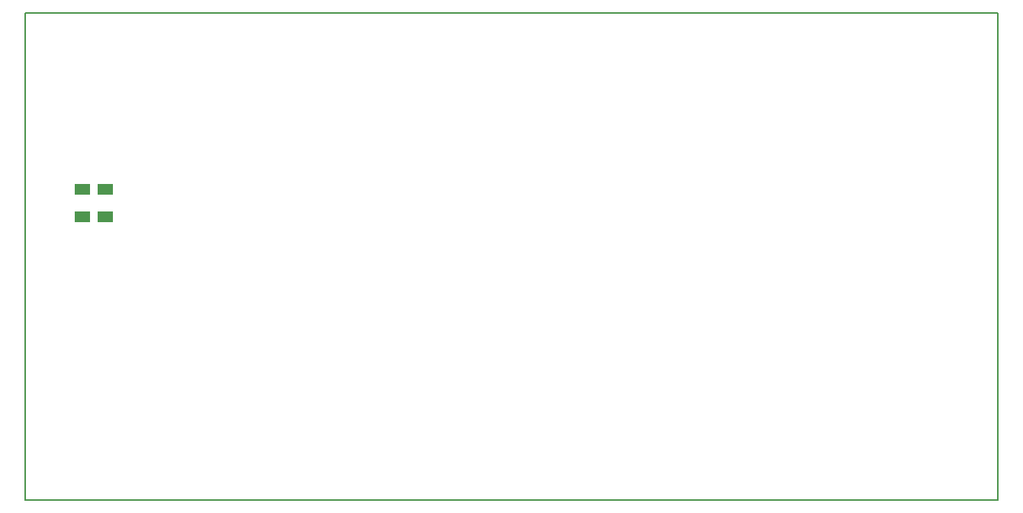
<source format=gbr>
G04 PROTEUS RS274X GERBER FILE*
%FSLAX45Y45*%
%MOMM*%
G01*
%ADD70R,1.803400X1.143000*%
%ADD28C,0.203200*%
D70*
X-444500Y-2971800D03*
X-444500Y-3271800D03*
X-190500Y-2971800D03*
X-190500Y-3271800D03*
D28*
X-1079500Y-6413500D02*
X+9715500Y-6413500D01*
X+9715500Y-1016000D01*
X-1079500Y-1016000D01*
X-1079500Y-6413500D01*
M02*

</source>
